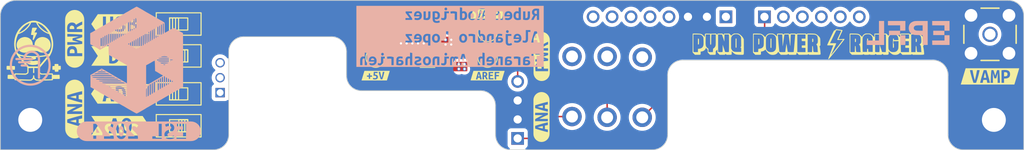
<source format=kicad_pcb>
(kicad_pcb (version 20240108) (generator "pcbnew") (generator_version "8.0")
  (layers (0 "F.Cu" signal) (1 "In1.Cu" signal) (2 "In2.Cu" signal) (31 "B.Cu" signal) (34 "B.Paste" user) (35 "F.Paste" user) (36 "B.SilkS" user "B.Silkscreen") (37 "F.SilkS" user "F.Silkscreen") (38 "B.Mask" user) (39 "F.Mask" user) (44 "Edge.Cuts" user))
  (net 0 "")
  (net 1 "GND")
  (net 2 "+5V")
  (net 3 "/PYNQ_5V")
  (net 4 "/A_REF")
  (net 5 "/ADC_VP")
  (net 6 "/V_AMP")
  (net 7 "/REG_5V")
  (net 8 "/USB_5V")
  (net 9 "/A0")
  (footprint "PYNQ_PcbLib:ESQT-103-02-F-S-309" (layer "F.Cu") (at 104.398 98.5713 90)
    (property "Reference" "J2" (hide yes))
    (property "Value" "ESQT-103-02-F-S-309" (hide yes))
    (pad "1" thru_hole rect (at -2 0 270) (size 1.26 1.26) (drill 0.91) (property pad_prop_castellated) (layers "*.Cu" "*.Mask") (net 7 "/REG_5V"))
    (pad "2" thru_hole circle (at 0 0 270) (size 1.26 1.26) (drill 0.91) (property pad_prop_castellated) (layers "*.Cu" "*.Mask") (net 3 "/PYNQ_5V"))
    (pad "3" thru_hole circle (at 2 0 270) (size 1.26 1.26) (drill 0.91) (property pad_prop_castellated) (layers "*.Cu" "*.Mask") (net 8 "/USB_5V"))
  )
  (footprint "kibuzzard-67001D32" (layer "F.Cu") (at 91.024 95.658)
    (property "Reference" "kibuzzard-67001D32" (hide yes))
    (property "Value" "G***" (hide yes))
  )
  (footprint "PYNQ_PcbLib:TestPoint_Pad_D2.0mm" (layer "F.Cu") (at 125.222 92.456)
    (property "Reference" "TP4" (hide yes))
    (property "Value" "GND")
    (pad "1" smd circle (at 0 0) (size 2 2) (layers "F.Cu" "F.Mask") (net 1 "GND"))
  )
  (footprint "kibuzzard-68C055AF" (layer "F.Cu") (at 125.222 90.043)
    (property "Reference" "kibuzzard-68C055AF" (hide yes))
    (property "Value" "G***" (hide yes))
  )
  (footprint "kibuzzard-67001FE8" (layer "F.Cu") (at 147.4216 103.8352 90)
    (property "Reference" "kibuzzard-67001FE8" (hide yes))
    (property "Value" "G***" (hide yes))
  )
  (footprint "PYNQ_PcbLib:TestPoint_Pad_D2.0mm" (layer "F.Cu") (at 140.208 95.885 180)
    (property "Reference" "TP3" (hide yes))
    (property "Value" "ADC_REF")
    (pad "1" smd circle (at 0 0 180) (size 2 2) (layers "F.Cu" "F.Mask") (net 4 "/A_REF"))
  )
  (footprint "PYNQ_PcbLib:TestPoint_Pad_D2.0mm" (layer "F.Cu") (at 140.208 92.456 180)
    (property "Reference" "TP2" (hide yes))
    (property "Value" "Vout_I")
    (pad "1" smd circle (at 0 0 180) (size 2 2) (layers "F.Cu" "F.Mask") (net 6 "/V_AMP"))
  )
  (footprint "kibuzzard-6700203E" (layer "F.Cu") (at 84.928 102.77 90)
    (property "Reference" "kibuzzard-6700203E" (hide yes))
    (property "Value" "G***" (hide yes))
  )
  (footprint "kibuzzard-67001D02" (layer "F.Cu") (at 91.024 91.388)
    (property "Reference" "kibuzzard-67001D02" (hide yes))
    (property "Value" "G***" (hide yes))
  )
  (footprint "PYNQ_PcbLib:C0805" (layer "F.Cu") (at 129.116 96.012 90)
    (property "Reference" "C1" (hide yes))
    (property "Value" "100n 10V" (hide yes))
    (pad "1" smd roundrect (at -0.95 0 90) (size 1 1.45) (layers "F.Cu" "F.Paste" "F.Mask") (net 2 "+5V"))
    (pad "2" smd roundrect (at 0.95 0 90) (size 1 1.45) (layers "F.Cu" "F.Paste" "F.Mask") (net 1 "GND"))
  )
  (footprint "PYNQ_PcbLib:R0805" (layer "F.Cu") (at 134.958 96.078 90)
    (property "Reference" "R1" (hide yes))
    (property "Value" "0R008" (hide yes))
    (pad "1" smd roundrect (at -0.95 0 90) (size 1 1.45) (layers "F.Cu" "F.Paste" "F.Mask") (net 2 "+5V"))
    (pad "2" smd roundrect (at 0.95 0 90) (size 1 1.45) (layers "F.Cu" "F.Paste" "F.Mask") (net 3 "/PYNQ_5V"))
  )
  (footprint "LOGO" (layer "F.Cu") (at 182.8546 93.4212)
    (property "Reference" "G***" (hide yes))
    (property "Value" "LOGO" (hide yes))
  )
  (footprint "LOGO" (layer "F.Cu") (at 79.42484 94.95577)
    (property "Reference" "G***" (hide yes))
    (property "Value" "LOGO" (hide yes))
  )
  (footprint "PYNQ_PcbLib:MH_M3" (layer "F.Cu") (at 207.98174 104.222474)
    (property "Reference" "MH2" (hide yes))
    (property "Value" "MH_M3" (hide yes))
    (pad "1" thru_hole circle (at 0 0) (size 6 6) (drill 3.2) (layers "*.Cu" "*.Mask") (net 1 "GND"))
  )
  (footprint "PYNQ_PcbLib:SS-12D10L5" (layer "F.Cu") (at 156.21 95.7326 180)
    (property "Reference" "SW1" (hide yes))
    (property "Value" "SS-12D10L5" (hide yes))
    (pad "1" thru_hole circle (at -4.7 -0.1) (size 2.6 2.6) (drill 1.6) (property pad_prop_castellated) (layers "*.Cu" "*.Mask") (net 7 "/REG_5V"))
    (pad "2" thru_hole circle (at 0 0) (size 2.6 2.6) (drill 1.6) (property pad_prop_castellated) (layers "*.Cu" "*.Mask") (net 2 "+5V"))
    (pad "3" thru_hole circle (at 4.7 0) (size 2.6 2.6) (drill 1.6) (property pad_prop_castellated) (layers "*.Cu" "*.Mask") (net 8 "/USB_5V"))
  )
  (footprint "PYNQ_PcbLib:MH_M3" (layer "F.Cu") (at 78.981744 104.222474)
    (property "Reference" "MH1" (hide yes))
    (property "Value" "MH_M3" (hide yes))
    (pad "1" thru_hole circle (at 0 0) (size 6 6) (drill 3.2) (layers "*.Cu" "*.Mask") (net 1 "GND"))
  )
  (footprint "PYNQ_PcbLib:TestPoint_Pad_D2.0mm" (layer "F.Cu") (at 125.222 95.885)
    (property "Reference" "TP1" (hide yes))
    (property "Value" "+5V")
    (pad "1" smd circle (at 0 0) (size 2 2) (layers "F.Cu" "F.Mask") (net 2 "+5V"))
  )
  (footprint "kibuzzard-67002037" (layer "F.Cu") (at 84.928 93.372 90)
    (property "Reference" "kibuzzard-67002037" (hide yes))
    (property "Value" "G***" (hide yes))
  )
  (footprint "kibuzzard-67001D4B" (layer "F.Cu") (at 91.024 100.738)
    (property "Reference" "kibuzzard-67001D4B" (hide yes))
    (property "Value" "G***" (hide yes))
  )
  (footprint "kibuzzard-67080F4D" (layer "F.Cu") (at 207.465 98.4)
    (property "Reference" "kibuzzard-67080F4D" (hide yes))
    (property "Value" "G***" (hide yes))
  )
  (footprint "PYNQ_PcbLib:SC70-6" (layer "F.Cu") (at 132.164 96.012)
    (property "Reference" "U1" (hide yes))
    (property "Value" "INA214AIDCKT" (hide yes))
    (pad "1" smd roundrect (at -1.1 -0.65) (size 0.9 0.4) (layers "F.Cu" "F.Paste" "F.Mask") (net 1 "GND"))
    (pad "2" smd roundrect (at -1.1 0) (size 0.9 0.4) (layers "F.Cu" "F.Paste" "F.Mask") (net 1 "GND"))
    (pad "3" smd roundrect (at -1.1 0.65) (size 0.9 0.4) (layers "F.Cu" "F.Paste" "F.Mask") (net 2 "+5V"))
    (pad "4" smd roundrect (at 1.1 0.65) (size 0.9 0.4) (layers "F.Cu" "F.Paste" "F.Mask") (net 2 "+5V"))
    (pad "5" smd roundrect (at 1.1 0) (size 0.9 0.4) (layers "F.Cu" "F.Paste" "F.Mask") (net 3 "/PYNQ_5V"))
    (pad "6" smd roundrect (at 1.1 -0.65) (size 0.9 0.4) (layers "F.Cu" "F.Paste" "F.Mask") (net 6 "/V_AMP"))
  )
  (footprint "PYNQ_PcbLib:HJ-SMA020" (layer "F.Cu") (at 207.465 92.765)
    (property "Reference" "J5" (hide yes))
    (property "Value" "HJ-SMA020" (hide yes))
    (pad "1" thru_hole circle (at 0 0 180) (size 2.05 2.05) (drill 1.5) (property pad_prop_castellated) (layers "*.Cu" "*.Mask") (net 6 "/V_AMP"))
    (pad "2" thru_hole circle (at -2.54 -2.54 180) (size 2.25 2.25) (drill 1.7) (property pad_prop_castellated) (layers "*.Cu" "*.Mask") (net 1 "GND"))
    (pad "2" thru_hole circle (at -2.54 2.54 180) (size 2.25 2.25) (drill 1.7) (property pad_prop_castellated) (layers "*.Cu" "*.Mask") (net 1 "GND"))
    (pad "2" thru_hole circle (at 2.54 -2.54 180) (size 2.25 2.25) (drill 1.7) (property pad_prop_castellated) (layers "*.Cu" "*.Mask") (net 1 "GND"))
    (pad "2" thru_hole circle (at 2.54 2.54 180) (size 2.25 2.25) (drill 1.7) (property pad_prop_castellated) (layers "*.Cu" "*.Mask") (net 1 "GND"))
  )
  (footprint "kibuzzard-68C055B7" (layer "F.Cu") (at 125.222 98.298)
    (property "Reference" "kibuzzard-68C055B7" (hide yes))
    (property "Value" "G***" (hide yes))
  )
  (footprint "PYNQ_PcbLib:SS-12D10L5" (layer "F.Cu") (at 156.209 103.878)
    (property "Reference" "SW2" (hide yes))
    (property "Value" "SS-12D10L5" (hide yes))
    (pad "1" thru_hole circle (at -4.7 -0.1 180) (size 2.6 2.6) (drill 1.6) (property pad_prop_castellated) (layers "*.Cu" "*.Mask") (net 5 "/ADC_VP"))
    (pad "2" thru_hole circle (at 0 0 180) (size 2.6 2.6) (drill 1.6) (property pad_prop_castellated) (layers "*.Cu" "*.Mask") (net 6 "/V_AMP"))
    (pad "3" thru_hole circle (at 4.7 0 180) (size 2.6 2.6) (drill 1.6) (property pad_prop_castellated) (layers "*.Cu" "*.Mask") (net 9 "/A0"))
  )
  (footprint "kibuzzard-67001FBD" (layer "F.Cu") (at 147.447 95.7326 90)
    (property "Reference" "kibuzzard-67001FBD" (hide yes))
    (property "Value" "G***" (hide yes))
  )
  (footprint "kibuzzard-67001D54" (layer "F.Cu") (at 91.024 105.008)
    (property "Reference" "kibuzzard-67001D54" (hide yes))
    (property "Value" "G***" (hide yes))
  )
  (footprint "kibuzzard-67002108" (layer "F.Cu") (at 140.208 90.043)
    (property "Reference" "kibuzzard-67002108" (hide yes))
    (property "Value" "G***" (hide yes))
  )
  (footprint "kibuzzard-670020E4" (layer "F.Cu") (at 140.208 98.298)
    (property "Reference" "kibuzzard-670020E4" (hide yes))
    (property "Value" "G***" (hide yes))
  )
  (footprint "PYNQ_PcbLib:8-Row_Header_2.54mm" (layer "B.Cu") (at 163.22 90.42 180)
    (property "Reference" "J4" (hide yes))
    (property "Value" "HB-PH3-25418PB2GOP" (hide yes))
    (pad "1" thru_hole rect (at -8.89 0) (size 1.7 1.7) (drill 1.1) (property pad_prop_castellated) (layers "*.Cu" "*.Mask"))
    (pad "2" thru_hole circle (at -6.35 0) (size 1.7 1.7) (drill 1.1) (property pad_prop_castellated) (layers "*.Cu" "*.Mask") (net 1 "GND"))
    (pad "3" thru_hole circle (at -3.81 0) (size 1.7 1.7) (drill 1.1) (property pad_prop_castellated) (layers "*.Cu" "*.Mask") (net 1 "GND"))
    (pad "4" thru_hole circle (at -1.27 0) (size 1.7 1.7) (drill 1.1) (property pad_prop_castellated) (layers "*.Cu" "*.Mask"))
    (pad "5" thru_hole circle (at 1.27 0) (size 1.7 1.7) (drill 1.1) (property pad_prop_castellated) (layers "*.Cu" "*.Mask"))
    (pad "6" thru_hole circle (at 3.81 0) (size 1.7 1.7) (drill 1.1) (property pad_prop_castellated) (layers "*.Cu" "*.Mask"))
    (pad "7" thru_hole circle (at 6.35 0) (size 1.7 1.7) (drill 1.1) (property pad_prop_castellated) (layers "*.Cu" "*.Mask"))
    (pad "8" thru_hole circle (at 8.89 0) (size 1.7 1.7) (drill 1.1) (property pad_prop_castellated) (layers "*.Cu" "*.Mask"))
  )
  (footprint "PYNQ_PcbLib:6-Row_Header_2.54mm" (layer "B.Cu") (at 183.6166 90.424)
    (property "Reference" "J3" (hide yes))
    (property "Value" "HB-PH3-25416PB2GOP" (hide yes))
    (pad "1" thru_hole rect (at -6.35 0 180) (size 1.7 1.7) (drill 1.1) (property pad_prop_castellated) (layers "*.Cu" "*.Mask") (net 9 "/A0"))
    (pad "2" thru_hole circle (at -3.81 0 180) (size 1.7 1.7) (drill 1.1) (property pad_prop_castellated) (layers "*.Cu" "*.Mask"))
    (pad "3" thru_hole circle (at -1.27 0 180) (size 1.7 1.7) (drill 1.1) (property pad_prop_castellated) (layers "*.Cu" "*.Mask"))
    (pad "4" thru_hole circle (at 1.27 0 180) (size 1.7 1.7) (drill 1.1) (property pad_prop_castellated) (layers "*.Cu" "*.Mask"))
    (pad "5" thru_hole circle (at 3.81 0 180) (size 1.7 1.7) (drill 1.1) (property pad_prop_castellated) (layers "*.Cu" "*.Mask"))
    (pad "6" thru_hole circle (at 6.35 0 180) (size 1.7 1.7) (drill 1.1) (property pad_prop_castellated) (layers "*.Cu" "*.Mask"))
  )
  (footprint "kibuzzard-6703B37F" (layer "B.Cu") (at 93.518218 105.74813 180)
    (property "Reference" "kibuzzard-6703B37F" (hide yes))
    (property "Value" "G***" (hide yes))
  )
  (footprint "LOGO" (layer "B.Cu") (at 196.5078 92.5782 180)
    (property "Reference" "G***" (hide yes))
    (property "Value" "LOGO" (hide yes))
  )
  (footprint "LOGO" (layer "B.Cu") (at 93.518218 96.27393 180)
    (property "Reference" "G***" (hide yes))
    (property "Value" "LOGO" (hide yes))
  )
  (footprint "kibuzzard-6703B435" (layer "B.Cu") (at 135.1788 93.0402 180)
    (property "Reference" "kibuzzard-6703B435" (hide yes))
    (property "Value" "G***" (hide yes))
  )
  (footprint "PYNQ_PcbLib:4-Row_Header_2.54mm" (layer "B.Cu") (at 144.23 102.89 90)
    (property "Reference" "J1" (hide yes))
    (property "Value" "HB-PH3-25414PB2GOP" (hide yes))
    (pad "1" thru_hole rect (at -3.81 0 270) (size 1.7 1.7) (drill 1.1) (property pad_prop_castellated) (layers "*.Cu" "*.Mask") (net 5 "/ADC_VP"))
    (pad "2" thru_hole circle (at -1.27 0 270) (size 1.7 1.7) (drill 1.1) (property pad_prop_castellated) (layers "*.Cu" "*.Mask") (net 1 "GND"))
    (pad "3" thru_hole circle (at 1.27 0 270) (size 1.7 1.7) (drill 1.1) (property pad_prop_castellated) (layers "*.Cu" "*.Mask") (net 1 "GND"))
    (pad "4" thru_hole circle (at 3.81 0 270) (size 1.7 1.7) (drill 1.1) (property pad_prop_castellated) (layers "*.Cu" "*.Mask") (net 4 "/A_REF"))
  )
  (gr_line (start 78.537244 96.93194) (end 77.837244 96.93194) (stroke (width 0.3)) (layer "B.SilkS"))
  (gr_arc (start 78.187244 96.0785) (mid 79.168924 95.09682) (end 80.150604 96.0785) (stroke (width 0.3)) (layer "B.SilkS"))
  (gr_line (start 79.237244 96.0785) (end 77.137244 96.0785) (stroke (width 0.3)) (layer "B.SilkS"))
  (gr_line (start 80.150604 96.13184) (end 80.150604 98.58184) (stroke (width 0.3)) (layer "B.SilkS"))
  (gr_circle (center 78.981744 96.901) (end 81.577624 96.901) (stroke (width 0.3)) (fill none) (layer "B.SilkS"))
  (gr_line (start 78.887244 96.50522) (end 77.487244 96.50522) (stroke (width 0.3)) (layer "B.SilkS"))
  (gr_line (start 98.432 99.976) (end 98.432 101.548) (stroke (width 0.15)) (layer "F.SilkS"))
  (gr_line (start 99.268 94.896) (end 99.268 96.42) (stroke (width 0.15)) (layer "F.SilkS"))
  (gr_rect (start 97.63 90.578) (end 98.833 92.198) (stroke (width 0.15)) (fill none) (layer "F.SilkS"))
  (gr_line (start 99.669 94.896) (end 99.669 96.468) (stroke (width 0.15)) (layer "F.SilkS"))
  (gr_rect (start 97.63 90.578) (end 100.07 92.198) (stroke (width 0.15)) (fill none) (layer "F.SilkS"))
  (gr_rect (start 97.63 94.848) (end 100.07 96.468) (stroke (width 0.15)) (fill none) (layer "F.SilkS"))
  (gr_rect (start 98.867 104.198) (end 100.07 105.818) (stroke (width 0.15)) (fill none) (layer "F.SilkS"))
  (gr_line (start 98.031 99.976) (end 98.031 101.5) (stroke (width 0.15)) (layer "F.SilkS"))
  (gr_rect (start 95.85 99.238) (end 101.85 102.238) (stroke (width 0.15)) (fill none) (layer "F.SilkS"))
  (gr_rect (start 98.867 94.848) (end 100.07 96.468) (stroke (width 0.15)) (fill none) (layer "F.SilkS"))
  (gr_line (start 98.432 90.626) (end 98.432 92.198) (stroke (width 0.15)) (layer "F.SilkS"))
  (gr_line (start 98.031 90.626) (end 98.031 92.15) (stroke (width 0.15)) (layer "F.SilkS"))
  (gr_line (start 99.669 104.246) (end 99.669 105.818) (stroke (width 0.15)) (layer "F.SilkS"))
  (gr_rect (start 97.63 104.198) (end 100.07 105.818) (stroke (width 0.15)) (fill none) (layer "F.SilkS"))
  (gr_line (start 99.268 104.246) (end 99.268 105.77) (stroke (width 0.15)) (layer "F.SilkS"))
  (gr_rect (start 97.63 99.928) (end 100.07 101.548) (stroke (width 0.15)) (fill none) (layer "F.SilkS"))
  (gr_rect (start 95.85 103.508) (end 101.85 106.508) (stroke (width 0.15)) (fill none) (layer "F.SilkS"))
  (gr_rect (start 95.85 94.158) (end 101.85 97.158) (stroke (width 0.15)) (fill none) (layer "F.SilkS"))
  (gr_rect (start 95.85 89.888) (end 101.85 92.888) (stroke (width 0.15)) (fill none) (layer "F.SilkS"))
  (gr_rect (start 97.63 99.928) (end 98.833 101.548) (stroke (width 0.15)) (fill none) (layer "F.SilkS"))
  (gr_line (start 119.31173 93.091) (end 107.559794 93.091) (stroke (width 0.1)) (layer "Edge.Cuts"))
  (gr_arc (start 164.31183 98.222466) (mid 164.89763 96.808285) (end 166.31183 96.222466) (stroke (width 0.1)) (layer "Edge.Cuts"))
  (gr_line (start 123.317 100.317534) (end 139.26 100.317534) (stroke (width 0.1)) (layer "Edge.Cuts"))
  (gr_arc (start 105.559794 95.091) (mid 106.14558 93.676784) (end 107.559794 93.091) (stroke (width 0.1)) (layer "Edge.Cuts"))
  (gr_line (start 209.981732 88.222466) (end 76.981752 88.222466) (stroke (width 0.1)) (layer "Edge.Cuts"))
  (gr_line (start 121.31173 95.091) (end 121.31173 98.317534) (stroke (width 0.1)) (layer "Edge.Cuts"))
  (gr_line (start 199.838694 96.222466) (end 166.31183 96.222466) (stroke (width 0.1)) (layer "Edge.Cuts"))
  (gr_line (start 103.559794 108.222466) (end 74.981752 108.222466) (stroke (width 0.1)) (layer "Edge.Cuts"))
  (gr_arc (start 143.26 108.222466) (mid 141.845798 107.636678) (end 141.26 106.222466) (stroke (width 0.1)) (layer "Edge.Cuts"))
  (gr_line (start 74.981752 90.222466) (end 74.981752 108.222466) (stroke (width 0.1)) (layer "Edge.Cuts"))
  (gr_line (start 105.559794 106.222466) (end 105.559794 95.091) (stroke (width 0.1)) (layer "Edge.Cuts"))
  (gr_line (start 211.981732 108.222466) (end 203.838694 108.222466) (stroke (width 0.1)) (layer "Edge.Cuts"))
  (gr_line (start 141.26 102.317534) (end 141.26 106.222466) (stroke (width 0.1)) (layer "Edge.Cuts"))
  (gr_arc (start 123.31173 100.317534) (mid 121.89752 99.731754) (end 121.31173 98.317534) (stroke (width 0.1)) (layer "Edge.Cuts"))
  (gr_line (start 164.31183 98.222466) (end 164.31183 106.222466) (stroke (width 0.1)) (layer "Edge.Cuts"))
  (gr_arc (start 119.31173 93.091) (mid 120.725944 93.676786) (end 121.31173 95.091) (stroke (width 0.1)) (layer "Edge.Cuts"))
  (gr_line (start 211.981732 108.222466) (end 211.981732 90.222466) (stroke (width 0.1)) (layer "Edge.Cuts"))
  (gr_arc (start 139.26 100.317534) (mid 140.674202 100.903322) (end 141.26 102.317534) (stroke (width 0.1)) (layer "Edge.Cuts"))
  (gr_arc (start 164.31183 106.222466) (mid 163.726044 107.63668) (end 162.31183 108.222466) (stroke (width 0.1)) (layer "Edge.Cuts"))
  (gr_arc (start 199.838694 96.222466) (mid 201.252908 96.808252) (end 201.838694 98.222466) (stroke (width 0.1)) (layer "Edge.Cuts"))
  (gr_arc (start 105.559794 106.222466) (mid 104.974008 107.63668) (end 103.559794 108.222466) (stroke (width 0.1)) (layer "Edge.Cuts"))
  (gr_line (start 162.31183 108.222466) (end 143.26 108.222466) (stroke (width 0.1)) (layer "Edge.Cuts"))
  (gr_line (start 201.838694 98.222466) (end 201.838694 106.222466) (stroke (width 0.1)) (layer "Edge.Cuts"))
  (gr_arc (start 74.981752 90.222466) (mid 75.567538 88.808252) (end 76.981752 88.222466) (stroke (width 0.1)) (layer "Edge.Cuts"))
  (gr_arc (start 209.981732 88.222466) (mid 211.395937 88.808262) (end 211.981732 90.222466) (stroke (width 0.1)) (layer "Edge.Cuts"))
  (gr_arc (start 203.838694 108.222466) (mid 202.424496 107.636675) (end 201.838694 106.222466) (stroke (width 0.1)) (layer "Edge.Cuts"))
  (segment (start 125.222 92.456) (end 127.084 92.456) (width 0.8) (layer "F.Cu") (net 1))
  (segment (start 127.084 92.456) (end 128.608 93.98) (width 0.8) (layer "F.Cu") (net 1))
  (via (at 130.894 93.98) (size 0.5) (drill 0.3) (layers "F.Cu" "B.Cu") (net 1))
  (via (at 129.37 93.98) (size 0.5) (drill 0.3) (layers "F.Cu" "B.Cu") (net 1))
  (via (at 131.656 93.98) (size 0.5) (drill 0.3) (layers "F.Cu" "B.Cu") (net 1))
  (via (at 130.132 93.98) (size 0.5) (drill 0.3) (layers "F.Cu" "B.Cu") (net 1))
  (via (at 128.608 93.98) (size 0.5) (drill 0.3) (layers "F.Cu" "B.Cu") (net 1))
  (segment (start 126.299 96.962) (end 129.116 96.962) (width 0.8) (layer "F.Cu") (net 2))
  (segment (start 125.222 95.885) (end 126.299 96.962) (width 0.8) (layer "F.Cu") (net 2))
  (via (at 136.355 96.774) (size 0.5) (drill 0.3) (layers "F.Cu" "B.Cu") (net 2))
  (via (at 137.117 97.409) (size 0.5) (drill 0.3) (layers "F.Cu" "B.Cu") (net 2))
  (via (at 136.355 97.409) (size 0.5) (drill 0.3) (layers "F.Cu" "B.Cu") (net 2))
  (via (at 137.117 96.774) (size 0.5) (drill 0.3) (layers "F.Cu" "B.Cu") (net 2))
  (via (at 135.339 94.1324) (size 0.5) (drill 0.3) (layers "F.Cu" "B.Cu") (net 3))
  (via (at 134.577 93.4974) (size 0.5) (drill 0.3) (layers "F.Cu" "B.Cu") (net 3))
  (via (at 135.339 93.4974) (size 0.5) (drill 0.3) (layers "F.Cu" "B.Cu") (net 3))
  (via (at 134.577 94.1324) (size 0.5) (drill 0.3) (layers "F.Cu" "B.Cu") (net 3))
  (segment (start 143.256 95.885) (end 144.23 96.859) (width 0.2) (layer "F.Cu") (net 4))
  (segment (start 140.208 95.885) (end 143.256 95.885) (width 0.2) (layer "F.Cu") (net 4))
  (segment (start 144.23 96.859) (end 144.23 99.08) (width 0.2) (layer "F.Cu") (net 4))
  (segment (start 149.079 103.778) (end 146.157 106.7) (width 0.2) (layer "F.Cu") (net 5))
  (segment (start 151.509 103.778) (end 149.079 103.778) (width 0.2) (layer "F.Cu") (net 5))
  (segment (start 146.157 106.7) (end 144.23 106.7) (width 0.2) (layer "F.Cu") (net 5))
  (segment (start 156.209 103.878) (end 156.209 101.7514) (width 0.2) (layer "F.Cu") (net 6))
  (segment (start 147.574 98.425) (end 147.574 94.107) (width 0.2) (layer "F.Cu") (net 6))
  (segment (start 140.208 92.456) (end 140.208 90.297) (width 0.2) (layer "F.Cu") (net 6))
  (segment (start 148.9964 99.8474) (end 147.574 98.425) (width 0.2) (layer "F.Cu") (net 6))
  (segment (start 143.764 90.297) (end 140.208 90.297) (width 0.2) (layer "F.Cu") (net 6))
  (segment (start 140.208 90.297) (end 135.509 90.297) (width 0.2) (layer "F.Cu") (net 6))
  (segment (start 147.574 94.107) (end 143.764 90.297) (width 0.2) (layer "F.Cu") (net 6))
  (segment (start 154.305 99.8474) (end 148.9964 99.8474) (width 0.2) (layer "F.Cu") (net 6))
  (segment (start 133.264 92.542) (end 133.264 95.362) (width 0.2) (layer "F.Cu") (net 6))
  (segment (start 135.509 90.297) (end 133.264 92.542) (width 0.2) (layer "F.Cu") (net 6))
  (segment (start 156.209 101.7514) (end 154.305 99.8474) (width 0.2) (layer "F.Cu") (net 6))
  (segment (start 165.354 94.869) (end 174.752 94.869) (width 0.2) (layer "F.Cu") (net 9))
  (segment (start 162.4 102.387) (end 162.4 97.823) (width 0.2) (layer "F.Cu") (net 9))
  (segment (start 162.4 97.823) (end 165.354 94.869) (width 0.2) (layer "F.Cu") (net 9))
  (segment (start 160.909 103.878) (end 162.4 102.387) (width 0.2) (layer "F.Cu") (net 9))
  (segment (start 160.909 103.878) (end 161.431 104.4) (width 0.2) (layer "F.Cu") (net 9))
  (segment (start 177.292 90.452) (end 177.26 90.42) (width 0.2) (layer "F.Cu") (net 9))
  (segment (start 174.752 94.869) (end 177.292 92.329) (width 0.2) (layer "F.Cu") (net 9))
  (segment (start 177.292 92.329) (end 177.292 90.452) (width 0.2) (layer "F.Cu") (net 9))
  (zone (net 3) (net_name "/PYNQ_5V") (layer "F.Cu") (priority 3) (connect_pads yes (clearance 0.15)) (min_thickness 0.15) (fill yes (thermal_gap 0.5) (thermal_bridge_width 0.5))
    (polygon (pts (xy 135.974 96.2254) (xy 132.799 96.2254) (xy 132.799 95.758) (xy 133.942 95.758) (xy 133.942 93.091) (xy 135.974 93.091)))
  )
  (zone (net 2) (net_name "+5V") (layer "F.Cu") (priority 2) (connect_pads yes (clearance 0.15)) (min_thickness 0.15) (fill yes (thermal_gap 0.5) (thermal_bridge_width 0.5))
    (polygon (pts (xy 128.1 96.266) (xy 129.878 96.266) (xy 130.060351 96.448351) (xy 137.498 96.450244) (xy 137.498 97.7138) (xy 128.1 97.7138)))
  )
  (zone (net 1) (net_name "GND") (layer "F.Cu") (priority 1) (connect_pads yes (clearance 0.15)) (min_thickness 0.15) (fill yes (thermal_gap 0.5) (thermal_bridge_width 0.5))
    (polygon (pts (xy 131.91 93.472) (xy 132.164 93.726) (xy 132.164 96.225153) (xy 130.091153 96.225153) (xy 129.878 96.012) (xy 128.1 96.012) (xy 128.1 93.472)))
  )
  (zone (net 1) (net_name "GND") (layer "B.Cu") (connect_pads yes (clearance 0.5)) (min_thickness 0.25) (fill yes (thermal_gap 0.5) (thermal_bridge_width 0.5))
    (polygon (pts (xy 74.9554 88.222466) (xy 211.9884 88.222466) (xy 211.9884 108.217912) (xy 74.9554 108.217912)))
  )
)
</source>
